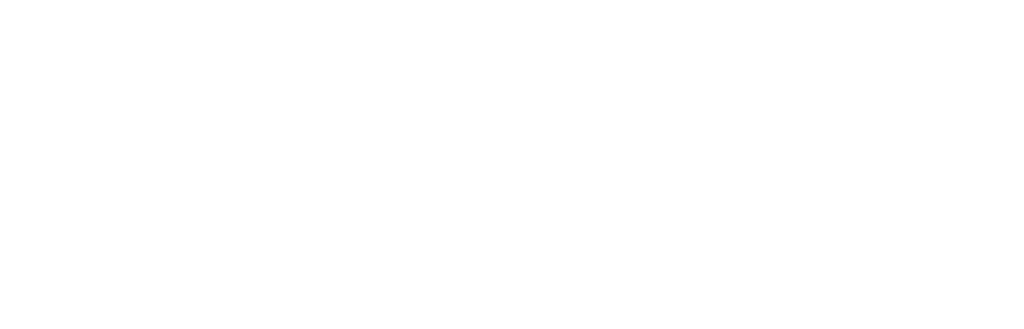
<source format=kicad_pcb>
(kicad_pcb (version 20211014) (generator pcbnew)
  (layers (0 "F.Cu" signal) (31 "B.Cu" signal) (34 "B.Paste" user) (35 "F.Paste" user) (36 "B.SilkS" user "B.Silkscreen") (37 "F.SilkS" user "F.Silkscreen") (38 "B.Mask" user) (39 "F.Mask" user) (44 "Edge.Cuts" user))
  (net 0 "")
  (footprint "acheron_MX_PlateSlots:MX175" (layer "F.Cu") (at 64.29375 131.307501))
  (footprint "acheron_MX_PlateSlots:MX100" (layer "F.Cu") (at 370.8335 111.106347))
  (footprint "acheron_MX_PlateSlots:MX100" (layer "F.Cu") (at 266.7 90.905193))
  (footprint "acheron_MX_PlateSlots:MX100" (layer "F.Cu") (at 180.975 50.502883))
  (footprint "acheron_MX_PlateSlots:MX100" (layer "F.Cu") (at 242.8875 131.307501))
  (footprint "acheron_MX_PlateSlots:MX100" (layer "F.Cu") (at 389.8835 90.905193))
  (footprint "acheron_MX_PlateSlots:MX275" (layer "F.Cu") (at 307.18125 151.508655))
  (footprint "acheron_MX_PlateSlots:MX100" (layer "F.Cu") (at 214.3125 151.508655))
  (footprint "acheron_MX_PlateSlots:MX100" (layer "F.Cu") (at 123.825 111.106347))
  (footprint "acheron_MX_PlateSlots:MX100" (layer "F.Cu") (at 204.7875 131.307501))
  (footprint "acheron_MX_PlateSlots:MX100" (layer "F.Cu") (at 100.0125 151.508655))
  (footprint "acheron_MX_PlateSlots:MX100" (layer "F.Cu") (at 389.8835 50.502883))
  (footprint "acheron_MX_PlateSlots:MX100" (layer "F.Cu") (at 247.65 90.905193))
  (footprint "acheron_MX_PlateSlots:MX100" (layer "F.Cu") (at 95.25 50.502885))
  (footprint "acheron_MX_PlateSlots:MX100" (layer "F.Cu") (at 133.35 90.905193))
  (footprint "acheron_MX_PlateSlots:MX100" (layer "F.Cu") (at 180.975 111.106347))
  (footprint "acheron_MX_PlateSlots:MX225" (layer "F.Cu") (at 69.05625 151.508655))
  (footprint "acheron_MX_PlateSlots:MX100" (layer "F.Cu") (at 351.7835 111.106347))
  (footprint "acheron_MX_PlateSlots:MX100" (layer "F.Cu") (at 351.7835 50.502883))
  (footprint "acheron_MX_PlateSlots:MX100" (layer "F.Cu") (at 238.125 111.106347))
  (footprint "acheron_MX_PlateSlots:MX100" (layer "F.Cu") (at 417.817 131.307501))
  (footprint "acheron_MX_PlateSlots:MX100" (layer "F.Cu") (at 161.925 111.106347))
  (footprint "acheron_MX_PlateSlots:MX100" (layer "F.Cu") (at 90.4875 131.307501))
  (footprint "acheron_MX_PlateSlots:MX100" (layer "F.Cu") (at 266.7 50.502883))
  (footprint "acheron_MX_PlateSlots:MX100" (layer "F.Cu") (at 147.6375 131.307501))
  (footprint "acheron_MX_PlateSlots:MX100" (layer "F.Cu") (at 238.125 50.502883))
  (footprint "acheron_MX_PlateSlots:MX100" (layer "F.Cu") (at 176.2125 151.508655))
  (footprint "acheron_MX_PlateSlots:MX100" (layer "F.Cu") (at 285.75 90.905193))
  (footprint "acheron_MX_PlateSlots:MX200" (layer "F.Cu") (at 427.342 171.709809))
  (footprint "acheron_MX_PlateSlots:MX200" (layer "F.Cu") (at 474.967 121.206924 -90))
  (footprint "acheron_MX_PlateSlots:MX100" (layer "F.Cu") (at 57.15 50.502885))
  (footprint "acheron_MX_PlateSlots:MX100" (layer "F.Cu") (at 219.075 111.106347))
  (footprint "acheron_MX_PlateSlots:MX100" (layer "F.Cu") (at 152.4 50.502885))
  (footprint "acheron_MX_PlateSlots:MX100" (layer "F.Cu") (at 257.175 111.106347))
  (footprint "acheron_MX_PlateSlots:MX100" (layer "F.Cu") (at 389.8835 171.709809))
  (footprint "acheron_MX_PlateSlots:MX100" (layer "F.Cu") (at 200.025 111.106347))
  (footprint "acheron_MX_PlateSlots:MX100" (layer "F.Cu") (at 95.25 90.905193))
  (footprint "acheron_MX_PlateSlots:MX100" (layer "F.Cu") (at 138.1125 151.508655))
  (footprint "acheron_MX_PlateSlots:MX200" (layer "F.Cu") (at 314.325 90.905193))
  (footprint "acheron_MX_PlateSlots:MX700" (layer "F.Cu") (at 190.5 171.709809))
  (footprint "acheron_MX_PlateSlots:MX100" (layer "F.Cu") (at 200.025 50.502883))
  (footprint "acheron_MX_PlateSlots:MX100" (layer "F.Cu") (at 351.7835 171.709809))
  (footprint "acheron_MX_PlateSlots:MX100" (layer "F.Cu") (at 185.7375 131.307501))
  (footprint "acheron_MX_PlateSlots:MX100" (layer "F.Cu") (at 261.9375 131.307501))
  (footprint "acheron_MX_PlateSlots:MX100" (layer "F.Cu") (at 436.867 111.106347))
  (footprint "acheron_MX_PlateSlots:MX100" (layer "F.Cu") (at 370.8335 151.508655))
  (footprint "acheron_MX_PlateSlots:MX150" (layer "F.Cu") (at 319.0875 111.106347))
  (footprint "acheron_MX_PlateSlots:MX100" (layer "F.Cu") (at 223.8375 131.307501))
  (footprint "acheron_MX_PlateSlots:MX100" (layer "F.Cu") (at 271.4625 151.508655))
  (footprint "acheron_MX_PlateSlots:MX100" (layer "F.Cu") (at 455.917 90.905193))
  (footprint "acheron_MX_PlateSlots:MX100" (layer "F.Cu") (at 228.6 90.905193))
  (footprint "acheron_MX_PlateSlots:MX100" (layer "F.Cu") (at 295.275 111.106347))
  (footprint "acheron_MX_PlateSlots:MX100" (layer "F.Cu") (at 389.8835 111.106347))
  (footprint "acheron_MX_PlateSlots:MX100" (layer "F.Cu") (at 166.6875 131.307501))
  (footprint "acheron_MX_PlateSlots:MX100" (layer "F.Cu") (at 285.75 50.502883))
  (footprint "acheron_MX_PlateSlots:MX100" (layer "F.Cu") (at 104.775 111.106347))
  (footprint "acheron_MX_PlateSlots:MX200" (layer "F.Cu") (at 474.967 161.609232 -90))
  (footprint "acheron_MX_PlateSlots:MX100" (layer "F.Cu") (at 114.3 50.502885))
  (footprint "acheron_MX_PlateSlots:MX100" (layer "F.Cu") (at 370.8335 171.709809))
  (footprint "acheron_MX_PlateSlots:MX150" (layer "F.Cu") (at 319.0875 171.709809))
  (footprint "acheron_MX_PlateSlots:MX100" (layer "F.Cu") (at 455.917 111.106347))
  (footprint "acheron_MX_PlateSlots:MX100" (layer "F.Cu") (at 436.867 90.905193))
  (footprint "acheron_MX_PlateSlots:MX150" (layer "F.Cu") (at 271.4625 171.709809))
  (footprint "acheron_MX_PlateSlots:MX100" (layer "F.Cu") (at 417.817 90.905193))
  (footprint "acheron_MX_PlateSlots:MX100" (layer "F.Cu") (at 436.867 131.307501))
  (footprint "acheron_MX_PlateSlots:MX100" (layer "F.Cu") (at 252.4125 151.508655))
  (footprint "acheron_MX_PlateSlots:MX100" (layer "F.Cu") (at 351.7835 90.905193))
  (footprint "acheron_MX_PlateSlots:MX100" (layer "F.Cu") (at 417.817 151.508655))
  (footprint "acheron_MX_PlateSlots:MX100" (layer "F.Cu") (at 370.8335 90.905193))
  (footprint "acheron_MX_PlateSlots:MX100" (layer "F.Cu") (at 233.3625 151.508655))
  (footprint "acheron_MX_PlateSlots:MX125" (layer "F.Cu") (at 59.53125 131.307501))
  (footprint "acheron_MX_PlateSlots:MX100" (layer "F.Cu") (at 304.8 50.502883))
  (footprint "acheron_MX_PlateSlots:MX150" (layer "F.Cu") (at 61.9125 171.709809))
  (footprint "acheron_MX_PlateSlots:MX100" (layer "F.Cu") (at 276.225 111.106347))
  (footprint "acheron_MX_PlateSlots:MX100" (layer "F.Cu") (at 370.8335 50.502883))
  (footprint "acheron_MX_PlateSlots:MX100" (layer "F.Cu") (at 109.5375 131.307501))
  (footprint "acheron_MX_PlateSlots:MX100" (layer "F.Cu") (at 57.15 90.905193))
  (footprint "acheron_MX_PlateSlots:MX100" (layer "F.Cu") (at 171.45 90.905193))
  (footprint "acheron_MX_PlateSlots:MX100" (layer "F.Cu") (at 76.2 90.905193))
  (footprint "acheron_MX_PlateSlots:MX150" (layer "F.Cu") (at 109.5375 171.709809))
  (footprint "acheron_MX_PlateSlots:MX100" (layer "F.Cu") (at 455.917 171.709809))
  (footprint "acheron_MX_PlateSlots:MX100" (layer "F.Cu") (at 219.075 50.502883))
  (footprint "acheron_MX_PlateSlots:MX100" (layer "F.Cu") (at 142.875 111.106347))
  (footprint "acheron_MX_PlateSlots:MX100" (layer "F.Cu") (at 455.917 151.508655))
  (footprint "acheron_MX_PlateSlots:MX100" (layer "F.Cu") (at 133.35 50.502885))
  (footprint "acheron_MX_PlateSlots:MX100" (layer "F.Cu") (at 85.725 111.106347))
  (footprint "acheron_MX_PlateSlots:MX100" (layer "F.Cu") (at 280.9875 131.307501))
  (footprint "acheron_MX_PlateSlots:MX100" (layer "F.Cu") (at 474.967 90.905193))
  (footprint "acheron_MX_PlateSlots:MX100" (layer "F.Cu") (at 323.85 50.502883))
  (footprint "acheron_MX_PlateSlots:MX100" (layer "F.Cu") (at 114.3 90.905193))
  (footprint "acheron_MX_PlateSlots:MX100" (layer "F.Cu") (at 128.5875 131.307501))
  (footprint "acheron_MX_PlateSlots:MX100" (layer "F.Cu") (at 195.2625 151.508655))
  (footprint "acheron_MX_PlateSlots:MX100" (layer "F.Cu") (at 417.817 111.106347))
  (footprint "acheron_MX_PlateSlots:MX100" (layer "F.Cu") (at 455.917 131.307501))
  (footprint "acheron_MX_PlateSlots:MX100" (layer "F.Cu") (at 119.0625 151.508655))
  (footprint "acheron_MX_PlateSlots:MX100" (layer "F.Cu") (at 190.5 90.905193))
  (footprint "acheron_MX_PlateSlots:MX100" (layer "F.Cu") (at 157.1625 151.508655))
  (footprint "acheron_MX_PlateSlots:MX100" (layer "F.Cu") (at 209.55 90.905193))
  (footprint "acheron_MX_PlateSlots:MX150" (layer "F.Cu") (at 61.9125 111.106347))
  (footprint "acheron_MX_PlateSlots:MX100" (layer "F.Cu") (at 436.867 151.508655))
  (footprint "acheron_MX_PlateSlots:MX225" (layer "F.Cu") (at 311.94375 131.307501))
  (footprint "acheron_MX_PlateSlots:MX100" (layer "F.Cu") (at 152.4 90.905193))
)
</source>
